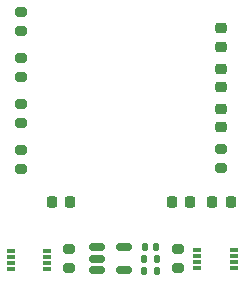
<source format=gbr>
G04 %TF.GenerationSoftware,KiCad,Pcbnew,(6.0.4-0)@% jlc*
G04 %TF.CreationDate,2022-06-11T07:19:30+09:00@% jlc*
G04 %TF.ProjectId,KeyBall,4b657942-616c-46c2-9e6b-696361645f70,rev?@% jlc*
G04 %TF.SameCoordinates,Original@% jlc*
G04 %TF.FileFunction,Paste,Top@% jlc*
G04 %TF.FilePolarity,Positive@% jlc*
%FSLAX46Y46*%
G04 Gerber Fmt 4.6, Leading zero omitted, Abs format (unit mm)*
G04 Created by KiCad (PCBNEW (6.0.4-0)) date 2022-06-11 07:19:30*
%MOMM*%
%LPD*%
G01*
G04 APERTURE LIST*
G04 Aperture macros list*
%AMRoundRect*
0 Rectangle with rounded corners*
0 $1 Rounding radius*
0 $2 $3 $4 $5 $6 $7 $8 $9 X,Y pos of 4 corners*
0 Add a 4 corners polygon primitive as box body*
4,1,4,$2,$3,$4,$5,$6,$7,$8,$9,$2,$3,0*
0 Add four circle primitives for the rounded corners*
1,1,$1+$1,$2,$3*
1,1,$1+$1,$4,$5*
1,1,$1+$1,$6,$7*
1,1,$1+$1,$8,$9*
0 Add four rect primitives between the rounded corners*
20,1,$1+$1,$2,$3,$4,$5,0*
20,1,$1+$1,$4,$5,$6,$7,0*
20,1,$1+$1,$6,$7,$8,$9,0*
20,1,$1+$1,$8,$9,$2,$3,0*%
G04 Aperture macros list end*
%ADD10RoundRect,0.140000X0.140000X0.170000X-0.140000X0.170000X-0.140000X-0.170000X0.140000X-0.170000X0*%
%ADD11RoundRect,0.135000X-0.135000X-0.185000X0.135000X-0.185000X0.135000X0.185000X-0.135000X0.185000X0*%
%ADD12RoundRect,0.135000X0.135000X0.185000X-0.135000X0.185000X-0.135000X-0.185000X0.135000X-0.185000X0*%
%ADD13RoundRect,0.200000X-0.275000X0.200000X-0.275000X-0.200000X0.275000X-0.200000X0.275000X0.200000X0*%
%ADD14RoundRect,0.225000X-0.250000X0.225000X-0.250000X-0.225000X0.250000X-0.225000X0.250000X0.225000X0*%
%ADD15R,0.800000X0.300000*%
%ADD16RoundRect,0.200000X0.275000X-0.200000X0.275000X0.200000X-0.275000X0.200000X-0.275000X-0.200000X0*%
%ADD17RoundRect,0.225000X0.250000X-0.225000X0.250000X0.225000X-0.250000X0.225000X-0.250000X-0.225000X0*%
%ADD18RoundRect,0.225000X-0.225000X-0.250000X0.225000X-0.250000X0.225000X0.250000X-0.225000X0.250000X0*%
%ADD19RoundRect,0.225000X0.225000X0.250000X-0.225000X0.250000X-0.225000X-0.250000X0.225000X-0.250000X0*%
%ADD20RoundRect,0.150000X-0.512500X-0.150000X0.512500X-0.150000X0.512500X0.150000X-0.512500X0.150000X0*%
G04 APERTURE END LIST*
D10*
G04 %TO.C,C3@% jlc*
X160380000Y-108900000D03*
X159420000Y-108900000D03*
G04 %TD@% jlc*
D11*
G04 %TO.C,R2@% jlc*
X159390000Y-110900000D03*
X160410000Y-110900000D03*
G04 %TD@% jlc*
D12*
G04 %TO.C,R1@% jlc*
X160410000Y-109900000D03*
X159390000Y-109900000D03*
G04 %TD@% jlc*
D13*
G04 %TO.C,R6@% jlc*
X162200000Y-109075000D03*
X162200000Y-110725000D03*
G04 %TD@% jlc*
G04 %TO.C,R4@% jlc*
X153000000Y-109075000D03*
X153000000Y-110725000D03*
G04 %TD@% jlc*
D14*
G04 %TO.C,C6@% jlc*
X165900000Y-97225000D03*
X165900000Y-98775000D03*
G04 %TD@% jlc*
D15*
G04 %TO.C,U2@% jlc*
X148050000Y-109250000D03*
X148050000Y-109750000D03*
X148050000Y-110250000D03*
X148050000Y-110750000D03*
X151150000Y-110750000D03*
X151150000Y-110250000D03*
X151150000Y-109750000D03*
X151150000Y-109250000D03*
G04 %TD@% jlc*
D16*
G04 %TO.C,R8@% jlc*
X148900000Y-98425000D03*
X148900000Y-96775000D03*
G04 %TD@% jlc*
D17*
G04 %TO.C,C5@% jlc*
X165900000Y-91950000D03*
X165900000Y-90400000D03*
G04 %TD@% jlc*
D18*
G04 %TO.C,C2@% jlc*
X161725000Y-105100000D03*
X163275000Y-105100000D03*
G04 %TD@% jlc*
D13*
G04 %TO.C,R9@% jlc*
X148900000Y-92875000D03*
X148900000Y-94525000D03*
G04 %TD@% jlc*
D19*
G04 %TO.C,C1@% jlc*
X153075000Y-105100000D03*
X151525000Y-105100000D03*
G04 %TD@% jlc*
D15*
G04 %TO.C,U3@% jlc*
X166950000Y-110650000D03*
X166950000Y-110150000D03*
X166950000Y-109650000D03*
X166950000Y-109150000D03*
X163850000Y-109150000D03*
X163850000Y-109650000D03*
X163850000Y-110150000D03*
X163850000Y-110650000D03*
G04 %TD@% jlc*
D16*
G04 %TO.C,R7@% jlc*
X148900000Y-90625000D03*
X148900000Y-88975000D03*
G04 %TD@% jlc*
G04 %TO.C,R10@% jlc*
X148900000Y-102325000D03*
X148900000Y-100675000D03*
G04 %TD@% jlc*
D14*
G04 %TO.C,C7@% jlc*
X165900000Y-93825000D03*
X165900000Y-95375000D03*
G04 %TD@% jlc*
D13*
G04 %TO.C,R11@% jlc*
X165900000Y-100575000D03*
X165900000Y-102225000D03*
G04 %TD@% jlc*
D20*
G04 %TO.C,U1@% jlc*
X155362500Y-108950000D03*
X155362500Y-109900000D03*
X155362500Y-110850000D03*
X157637500Y-110850000D03*
X157637500Y-108950000D03*
G04 %TD@% jlc*
D19*
G04 %TO.C,C4@% jlc*
X166675000Y-105100000D03*
X165125000Y-105100000D03*
G04 %TD@% jlc*
M02*

</source>
